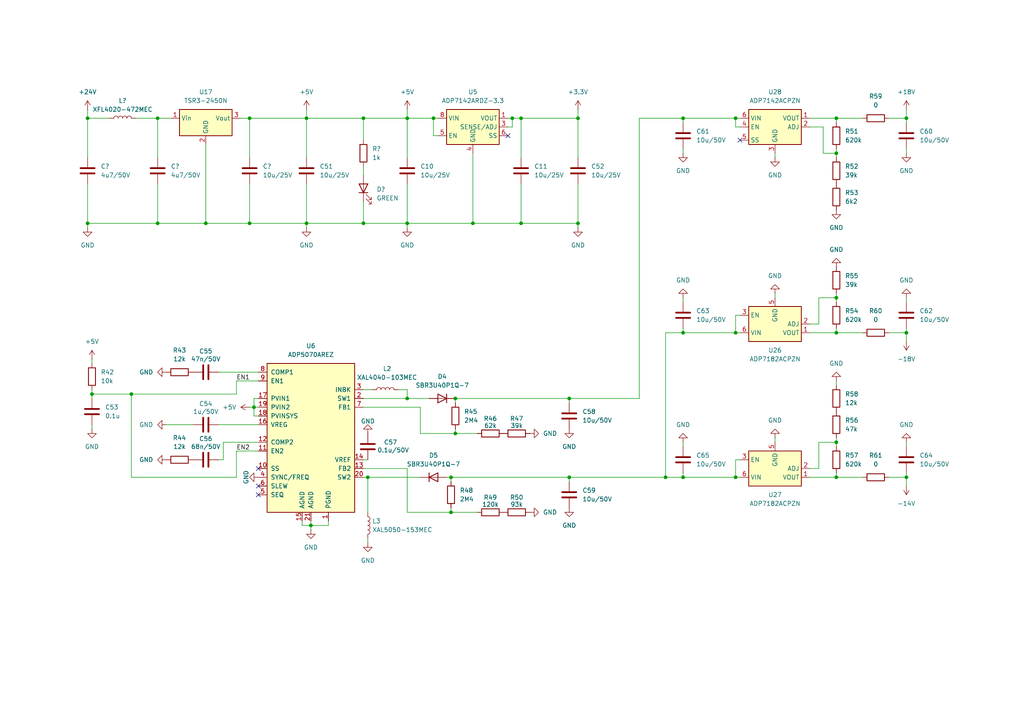
<source format=kicad_sch>
(kicad_sch (version 20250114) (generator "eeschema") (generator_version "9.0")
  (paper "A4")
  (lib_symbols
    (symbol "Device:C" (pin_numbers (hide yes)) (pin_names (offset 0.254))
      (property "Reference" "C" (at 0.635 2.54 0))
      (property "Value" "C" (at 0.635 -2.54 0))
      (symbol "C_0_1"
        (polyline (pts (xy -2.032 0.762) (xy 2.032 0.762)) (stroke (width 0.508)))
        (polyline (pts (xy -2.032 -0.762) (xy 2.032 -0.762)) (stroke (width 0.508)))
      )
      (symbol "C_1_1"
        (pin passive line (at 0 3.81 270) (length 2.794) (name "~") (number "1"))
        (pin passive line (at 0 -3.81 90) (length 2.794) (name "~") (number "2"))
      )
    )
    (symbol "Device:D" (pin_numbers (hide yes)) (pin_names (offset 1.016) (hide yes))
      (property "Reference" "D" (at 0 2.54 0))
      (property "Value" "D" (at 0 -2.54 0))
      (symbol "D_0_1"
        (polyline (pts (xy -1.27 1.27) (xy -1.27 -1.27)) (stroke (width 0.254)))
        (polyline (pts (xy 1.27 1.27) (xy 1.27 -1.27) (xy -1.27 0) (xy 1.27 1.27)) (stroke (width 0.254)))
        (polyline (pts (xy 1.27 0) (xy -1.27 0)))
      )
      (symbol "D_1_1"
        (pin passive line (at -3.81 0 0) (length 2.54) (name "K") (number "1"))
        (pin passive line (at 3.81 0 180) (length 2.54) (name "A") (number "2"))
      )
    )
    (symbol "Device:L" (pin_numbers (hide yes)) (pin_names (offset 1.016) (hide yes))
      (property "Reference" "L" (at -1.27 0 90))
      (property "Value" "L" (at 1.905 0 90))
      (symbol "L_0_1"
        (arc (start 0 2.54) (mid 0.6323 1.905) (end 0 1.27))
        (arc (start 0 1.27) (mid 0.6323 0.635) (end 0 0))
        (arc (start 0 0) (mid 0.6323 -0.635) (end 0 -1.27))
        (arc (start 0 -1.27) (mid 0.6323 -1.905) (end 0 -2.54))
      )
      (symbol "L_1_1"
        (pin passive line (at 0 3.81 270) (length 1.27) (name "1") (number "1"))
        (pin passive line (at 0 -3.81 90) (length 1.27) (name "2") (number "2"))
      )
    )
    (symbol "Device:LED" (pin_numbers (hide yes)) (pin_names (offset 1.016) (hide yes))
      (property "Reference" "D" (at 0 2.54 0))
      (property "Value" "LED" (at 0 -2.54 0))
      (symbol "LED_0_1"
        (polyline (pts (xy -3.048 -0.762) (xy -4.572 -2.286) (xy -3.81 -2.286) (xy -4.572 -2.286) (xy -4.572 -1.524)))
        (polyline (pts (xy -1.778 -0.762) (xy -3.302 -2.286) (xy -2.54 -2.286) (xy -3.302 -2.286) (xy -3.302 -1.524)))
        (polyline (pts (xy -1.27 0) (xy 1.27 0)))
        (polyline (pts (xy -1.27 -1.27) (xy -1.27 1.27)) (stroke (width 0.254)))
        (polyline (pts (xy 1.27 -1.27) (xy 1.27 1.27) (xy -1.27 0) (xy 1.27 -1.27)) (stroke (width 0.254)))
      )
      (symbol "LED_1_1"
        (pin passive line (at -3.81 0 0) (length 2.54) (name "K") (number "1"))
        (pin passive line (at 3.81 0 180) (length 2.54) (name "A") (number "2"))
      )
    )
    (symbol "Device:R" (pin_numbers (hide yes)) (pin_names (offset 0))
      (property "Reference" "R" (at 2.032 0 90))
      (property "Value" "R" (at 0 0 90))
      (symbol "R_0_1"
        (rectangle (start -1.016 -2.54) (end 1.016 2.54) (stroke (width 0.254)))
      )
      (symbol "R_1_1"
        (pin passive line (at 0 3.81 270) (length 1.27) (name "~") (number "1"))
        (pin passive line (at 0 -3.81 90) (length 1.27) (name "~") (number "2"))
      )
    )
    (symbol "MADC_ARTY:+18V" (power) (pin_numbers (hide yes)) (pin_names (offset 0) (hide yes))
      (property "Value" "+18V" (at 0 3.556 0))
      (symbol "+18V_0_1"
        (polyline (pts (xy -0.762 1.27) (xy 0 2.54)))
        (polyline (pts (xy 0 2.54) (xy 0.762 1.27)))
        (polyline (pts (xy 0 0) (xy 0 2.54)))
      )
      (symbol "+18V_1_1"
        (pin power_in line (at 0 0 90) (length 0) (name "~") (number "1"))
      )
    )
    (symbol "MADC_ARTY:-14V" (power) (pin_numbers (hide yes)) (pin_names (offset 0) (hide yes))
      (property "Value" "-14V" (at 0 3.556 0))
      (symbol "-14V_0_1"
        (polyline (pts (xy -0.762 1.27) (xy 0 2.54)))
        (polyline (pts (xy 0 2.54) (xy 0.762 1.27)))
        (polyline (pts (xy 0 0) (xy 0 2.54)))
      )
      (symbol "-14V_1_1"
        (pin power_in line (at 0 0 90) (length 0) (name "~") (number "1"))
      )
    )
    (symbol "MADC_ARTY:-18V" (power) (pin_numbers (hide yes)) (pin_names (offset 0) (hide yes))
      (property "Value" "-18V" (at 0 3.556 0))
      (symbol "-18V_0_1"
        (polyline (pts (xy -0.762 1.27) (xy 0 2.54)))
        (polyline (pts (xy 0 2.54) (xy 0.762 1.27)))
        (polyline (pts (xy 0 0) (xy 0 2.54)))
      )
      (symbol "-18V_1_1"
        (pin power_in line (at 0 0 90) (length 0) (name "~") (number "1"))
      )
    )
    (symbol "MADC_ARTY:ADP7142ACPZN"
      (property "Reference" "U" (at 0 8.89 0))
      (property "Value" "ADP7142ACPZN" (at 0 6.35 0))
      (symbol "ADP7142ACPZN_0_1"
        (rectangle (start -7.62 5.08) (end 7.62 -5.08) (stroke (width 0.254)) (fill (type background)))
      )
      (symbol "ADP7142ACPZN_1_1"
        (pin power_in line (at -10.16 2.54 0) (length 2.54) (name "VIN") (number "6"))
        (pin input line (at -10.16 0 0) (length 2.54) (name "EN") (number "4"))
        (pin input line (at -10.16 -3.81 0) (length 2.54) (name "SS") (number "5"))
        (pin power_in line (at 0 -7.62 90) (length 2.54) (name "GND") (number "3"))
        (pin power_in line (at 0 -7.62 90) (length 2.54) (hide yes) (name "EPAD") (number "7"))
        (pin power_out line (at 10.16 2.54 180) (length 2.54) (name "VOUT") (number "1"))
        (pin input line (at 10.16 0 180) (length 2.54) (name "ADJ") (number "2"))
      )
    )
    (symbol "MADC_ARTY:ADP7182ACPZN"
      (property "Reference" "U" (at 0 -7.62 0))
      (property "Value" "ADP7182ACPZN" (at 0 -6.35 0))
      (symbol "ADP7182ACPZN_0_1"
        (rectangle (start -7.62 5.08) (end 7.62 -5.08) (stroke (width 0.254)) (fill (type background)))
      )
      (symbol "ADP7182ACPZN_1_1"
        (pin input line (at -10.16 2.54 0) (length 2.54) (name "EN") (number "3"))
        (pin power_in line (at -10.16 -2.54 0) (length 2.54) (name "VIN") (number "6"))
        (pin power_in line (at -10.16 -2.54 0) (length 2.54) (hide yes) (name "EPAD") (number "7"))
        (pin power_in line (at 0 7.62 270) (length 2.54) (name "GND") (number "5"))
        (pin no_connect non_logic (at 7.62 2.54 180) (length 0) (hide yes) (name "NC") (number "4"))
        (pin input line (at 10.16 0 180) (length 2.54) (name "ADJ") (number "2"))
        (pin power_out line (at 10.16 -2.54 180) (length 2.54) (name "VOUT") (number "1"))
      )
    )
    (symbol "Regulator_Linear:ADP7142ARDZ-3.3"
      (property "Reference" "U" (at 0 8.89 0))
      (property "Value" "ADP7142ARDZ-3.3" (at 0 6.35 0))
      (symbol "ADP7142ARDZ-3.3_0_1"
        (rectangle (start -7.62 5.08) (end 7.62 -5.08) (stroke (width 0.254)) (fill (type background)))
      )
      (symbol "ADP7142ARDZ-3.3_1_1"
        (pin passive line (at -10.16 2.54 0) (length 2.54) (hide yes) (name "VIN") (number "7"))
        (pin power_in line (at -10.16 2.54 0) (length 2.54) (name "VIN") (number "8"))
        (pin input line (at -10.16 -2.54 0) (length 2.54) (name "EN") (number "5"))
        (pin power_in line (at 0 -7.62 90) (length 2.54) (name "GND") (number "4"))
        (pin passive line (at 0 -7.62 90) (length 2.54) (hide yes) (name "GND") (number "9"))
        (pin power_out line (at 10.16 2.54 180) (length 2.54) (name "VOUT") (number "1"))
        (pin passive line (at 10.16 2.54 180) (length 2.54) (hide yes) (name "VOUT") (number "2"))
        (pin input line (at 10.16 0 180) (length 2.54) (name "SENSE/ADJ") (number "3"))
        (pin passive line (at 10.16 -2.54 180) (length 2.54) (name "SS") (number "6"))
      )
    )
    (symbol "Regulator_Switching:ADP5070AREZ" (pin_names (offset 1.016))
      (property "Reference" "U" (at -12.7 24.13 0))
      (property "Value" "ADP5070AREZ" (at 12.7 24.13 0))
      (symbol "ADP5070AREZ_0_1"
        (rectangle (start -12.7 22.86) (end 12.7 -20.32) (stroke (width 0.254)) (fill (type background)))
      )
      (symbol "ADP5070AREZ_1_1"
        (pin passive line (at -15.24 20.32 0) (length 2.54) (name "COMP1") (number "8"))
        (pin input line (at -15.24 17.78 0) (length 2.54) (name "EN1") (number "9"))
        (pin power_in line (at -15.24 12.7 0) (length 2.54) (name "PVIN1") (number "17"))
        (pin power_in line (at -15.24 10.16 0) (length 2.54) (name "PVIN2") (number "19"))
        (pin power_in line (at -15.24 7.62 0) (length 2.54) (name "PVINSYS") (number "18"))
        (pin output line (at -15.24 5.08 0) (length 2.54) (name "VREG") (number "16"))
        (pin passive line (at -15.24 0 0) (length 2.54) (name "COMP2") (number "12"))
        (pin input line (at -15.24 -2.54 0) (length 2.54) (name "EN2") (number "11"))
        (pin passive line (at -15.24 -7.62 0) (length 2.54) (name "SS") (number "10"))
        (pin input line (at -15.24 -10.16 0) (length 2.54) (name "SYNC/FREQ") (number "4"))
        (pin input line (at -15.24 -12.7 0) (length 2.54) (name "SLEW") (number "6"))
        (pin input line (at -15.24 -15.24 0) (length 2.54) (name "SEQ") (number "5"))
        (pin power_in line (at -2.54 -22.86 90) (length 2.54) (name "AGND") (number "15"))
        (pin power_in line (at 0 -22.86 90) (length 2.54) (name "AGND") (number "21"))
        (pin power_in line (at 5.08 -22.86 90) (length 2.54) (name "PGND") (number "1"))
        (pin power_out line (at 15.24 15.24 180) (length 2.54) (name "INBK") (number "3"))
        (pin power_out line (at 15.24 12.7 180) (length 2.54) (name "SW1") (number "2"))
        (pin input line (at 15.24 10.16 180) (length 2.54) (name "FB1") (number "7"))
        (pin output line (at 15.24 -5.08 180) (length 2.54) (name "VREF") (number "14"))
        (pin input line (at 15.24 -7.62 180) (length 2.54) (name "FB2") (number "13"))
        (pin power_out line (at 15.24 -10.16 180) (length 2.54) (name "SW2") (number "20"))
      )
    )
    (symbol "Regulator_Switching:TSR3-2450N"
      (property "Reference" "U" (at -7.112 6.35 0))
      (property "Value" "TSR3-2450N" (at 1.524 6.35 0))
      (symbol "TSR3-2450N_0_1"
        (rectangle (start -7.62 5.08) (end 7.62 -2.54) (stroke (width 0.254)) (fill (type background)))
      )
      (symbol "TSR3-2450N_1_1"
        (pin power_in line (at -10.16 2.54 0) (length 2.54) (name "Vin") (number "1"))
        (pin power_in line (at 0 -5.08 90) (length 2.54) (name "GND") (number "2"))
        (pin power_out line (at 10.16 2.54 180) (length 2.54) (name "Vout") (number "3"))
      )
    )
    (symbol "power:+24V" (power) (pin_numbers (hide yes)) (pin_names (offset 0) (hide yes))
      (property "Value" "+24V" (at 0 3.556 0))
      (symbol "+24V_0_1"
        (polyline (pts (xy -0.762 1.27) (xy 0 2.54)))
        (polyline (pts (xy 0 2.54) (xy 0.762 1.27)))
        (polyline (pts (xy 0 0) (xy 0 2.54)))
      )
      (symbol "+24V_1_1"
        (pin power_in line (at 0 0 90) (length 0) (name "~") (number "1"))
      )
    )
    (symbol "power:+3.3V" (power) (pin_numbers (hide yes)) (pin_names (offset 0) (hide yes))
      (property "Value" "+3.3V" (at 0 3.556 0))
      (symbol "+3.3V_0_1"
        (polyline (pts (xy -0.762 1.27) (xy 0 2.54)))
        (polyline (pts (xy 0 2.54) (xy 0.762 1.27)))
        (polyline (pts (xy 0 0) (xy 0 2.54)))
      )
      (symbol "+3.3V_1_1"
        (pin power_in line (at 0 0 90) (length 0) (name "~") (number "1"))
      )
    )
    (symbol "power:+5V" (power) (pin_numbers (hide yes)) (pin_names (offset 0) (hide yes))
      (property "Value" "+5V" (at 0 3.556 0))
      (symbol "+5V_0_1"
        (polyline (pts (xy -0.762 1.27) (xy 0 2.54)))
        (polyline (pts (xy 0 2.54) (xy 0.762 1.27)))
        (polyline (pts (xy 0 0) (xy 0 2.54)))
      )
      (symbol "+5V_1_1"
        (pin power_in line (at 0 0 90) (length 0) (name "~") (number "1"))
      )
    )
    (symbol "power:GND" (power) (pin_numbers (hide yes)) (pin_names (offset 0) (hide yes))
      (property "Value" "GND" (at 0 -3.81 0))
      (symbol "GND_0_1"
        (polyline (pts (xy 0 0) (xy 0 -1.27) (xy 1.27 -1.27) (xy 0 -2.54) (xy -1.27 -1.27) (xy 0 -1.27)))
      )
      (symbol "GND_1_1"
        (pin power_in line (at 0 0 270) (length 0) (name "~") (number "1"))
      )
    )
  )
  (junction (at 118.11 34.29))
  (junction (at 242.57 128.27))
  (junction (at 198.12 34.29))
  (junction (at 130.81 138.43))
  (junction (at 105.41 34.29))
  (junction (at 73.66 118.11))
  (junction (at 25.4 34.29))
  (junction (at 213.36 138.43))
  (junction (at 72.39 34.29))
  (junction (at 38.1 114.3))
  (junction (at 151.13 64.77))
  (junction (at 165.1 138.43))
  (junction (at 106.68 138.43))
  (junction (at 45.72 34.29))
  (junction (at 72.39 64.77))
  (junction (at 148.59 34.29))
  (junction (at 130.81 148.59))
  (junction (at 198.12 138.43))
  (junction (at 242.57 44.45))
  (junction (at 90.17 152.4))
  (junction (at 132.08 125.73))
  (junction (at 118.11 64.77))
  (junction (at 193.04 138.43))
  (junction (at 165.1 115.57))
  (junction (at 262.89 138.43))
  (junction (at 88.9 34.29))
  (junction (at 88.9 64.77))
  (junction (at 151.13 34.29))
  (junction (at 242.57 96.52))
  (junction (at 262.89 96.52))
  (junction (at 167.64 34.29))
  (junction (at 132.08 115.57))
  (junction (at 137.16 64.77))
  (junction (at 167.64 64.77))
  (junction (at 118.11 115.57))
  (junction (at 125.73 34.29))
  (junction (at 198.12 96.52))
  (junction (at 25.4 64.77))
  (junction (at 242.57 86.36))
  (junction (at 26.67 114.3))
  (junction (at 262.89 34.29))
  (junction (at 242.57 138.43))
  (junction (at 59.69 64.77))
  (junction (at 242.57 34.29))
  (junction (at 45.72 64.77))
  (junction (at 105.41 64.77))
  (junction (at 213.36 34.29))
  (junction (at 213.36 96.52))
  (no_connect (at 74.93 135.89))
  (no_connect (at 214.63 40.64))
  (no_connect (at 147.32 39.37))
  (no_connect (at 74.93 143.51))
  (no_connect (at 74.93 140.97))
  (wire (pts (xy 237.49 135.89) (xy 237.49 128.27)))
  (wire (pts (xy 262.89 86.36) (xy 262.89 87.63)))
  (wire (pts (xy 242.57 138.43) (xy 250.19 138.43)))
  (wire (pts (xy 167.64 31.75) (xy 167.64 34.29)))
  (wire (pts (xy 238.76 44.45) (xy 242.57 44.45)))
  (wire (pts (xy 129.54 138.43) (xy 130.81 138.43)))
  (wire (pts (xy 64.77 128.27) (xy 74.93 128.27)))
  (wire (pts (xy 73.66 120.65) (xy 74.93 120.65)))
  (wire (pts (xy 90.17 152.4) (xy 90.17 153.67)))
  (wire (pts (xy 74.93 115.57) (xy 73.66 115.57)))
  (wire (pts (xy 198.12 43.18) (xy 198.12 44.45)))
  (wire (pts (xy 242.57 44.45) (xy 242.57 45.72)))
  (wire (pts (xy 105.41 34.29) (xy 105.41 40.64)))
  (wire (pts (xy 39.37 34.29) (xy 45.72 34.29)))
  (wire (pts (xy 198.12 86.36) (xy 198.12 87.63)))
  (wire (pts (xy 224.79 44.45) (xy 224.79 45.72)))
  (wire (pts (xy 242.57 35.56) (xy 242.57 34.29)))
  (wire (pts (xy 118.11 64.77) (xy 118.11 66.04)))
  (wire (pts (xy 262.89 43.18) (xy 262.89 44.45)))
  (wire (pts (xy 234.95 138.43) (xy 242.57 138.43)))
  (wire (pts (xy 105.41 64.77) (xy 118.11 64.77)))
  (wire (pts (xy 238.76 36.83) (xy 238.76 44.45)))
  (wire (pts (xy 90.17 152.4) (xy 95.25 152.4)))
  (wire (pts (xy 118.11 31.75) (xy 118.11 34.29)))
  (wire (pts (xy 257.81 34.29) (xy 262.89 34.29)))
  (wire (pts (xy 26.67 123.19) (xy 26.67 124.46)))
  (wire (pts (xy 242.57 110.49) (xy 242.57 111.76)))
  (wire (pts (xy 262.89 31.75) (xy 262.89 34.29)))
  (wire (pts (xy 242.57 128.27) (xy 242.57 129.54)))
  (wire (pts (xy 95.25 151.13) (xy 95.25 152.4)))
  (wire (pts (xy 105.41 135.89) (xy 118.11 135.89)))
  (wire (pts (xy 105.41 133.35) (xy 106.68 133.35)))
  (wire (pts (xy 73.66 118.11) (xy 73.66 120.65)))
  (wire (pts (xy 234.95 93.98) (xy 237.49 93.98)))
  (wire (pts (xy 68.58 110.49) (xy 74.93 110.49)))
  (wire (pts (xy 88.9 64.77) (xy 88.9 53.34)))
  (wire (pts (xy 257.81 138.43) (xy 262.89 138.43)))
  (wire (pts (xy 125.73 39.37) (xy 125.73 34.29)))
  (wire (pts (xy 242.57 85.09) (xy 242.57 86.36)))
  (wire (pts (xy 167.64 64.77) (xy 151.13 64.77)))
  (wire (pts (xy 105.41 58.42) (xy 105.41 64.77)))
  (wire (pts (xy 262.89 95.25) (xy 262.89 96.52)))
  (wire (pts (xy 242.57 95.25) (xy 242.57 96.52)))
  (wire (pts (xy 88.9 45.72) (xy 88.9 34.29)))
  (wire (pts (xy 68.58 110.49) (xy 68.58 114.3)))
  (wire (pts (xy 64.77 133.35) (xy 64.77 128.27)))
  (wire (pts (xy 234.95 135.89) (xy 237.49 135.89)))
  (wire (pts (xy 106.68 156.21) (xy 106.68 157.48)))
  (wire (pts (xy 72.39 64.77) (xy 88.9 64.77)))
  (wire (pts (xy 38.1 114.3) (xy 68.58 114.3)))
  (wire (pts (xy 59.69 41.91) (xy 59.69 64.77)))
  (wire (pts (xy 68.58 130.81) (xy 74.93 130.81)))
  (wire (pts (xy 151.13 34.29) (xy 151.13 45.72)))
  (wire (pts (xy 224.79 127) (xy 224.79 128.27)))
  (wire (pts (xy 132.08 115.57) (xy 132.08 116.84)))
  (wire (pts (xy 88.9 64.77) (xy 105.41 64.77)))
  (wire (pts (xy 48.26 123.19) (xy 55.88 123.19)))
  (wire (pts (xy 213.36 34.29) (xy 214.63 34.29)))
  (wire (pts (xy 26.67 113.03) (xy 26.67 114.3)))
  (wire (pts (xy 165.1 138.43) (xy 165.1 139.7)))
  (wire (pts (xy 115.57 113.03) (xy 118.11 113.03)))
  (wire (pts (xy 237.49 93.98) (xy 237.49 86.36)))
  (wire (pts (xy 165.1 138.43) (xy 193.04 138.43)))
  (wire (pts (xy 106.68 138.43) (xy 106.68 148.59)))
  (wire (pts (xy 198.12 128.27) (xy 198.12 129.54)))
  (wire (pts (xy 137.16 64.77) (xy 151.13 64.77)))
  (wire (pts (xy 118.11 135.89) (xy 118.11 148.59)))
  (wire (pts (xy 25.4 64.77) (xy 25.4 66.04)))
  (wire (pts (xy 148.59 36.83) (xy 148.59 34.29)))
  (wire (pts (xy 234.95 96.52) (xy 242.57 96.52)))
  (wire (pts (xy 262.89 137.16) (xy 262.89 138.43)))
  (wire (pts (xy 26.67 114.3) (xy 26.67 115.57)))
  (wire (pts (xy 151.13 53.34) (xy 151.13 64.77)))
  (wire (pts (xy 125.73 34.29) (xy 118.11 34.29)))
  (wire (pts (xy 213.36 36.83) (xy 213.36 34.29)))
  (wire (pts (xy 198.12 96.52) (xy 213.36 96.52)))
  (wire (pts (xy 185.42 115.57) (xy 185.42 34.29)))
  (wire (pts (xy 88.9 31.75) (xy 88.9 34.29)))
  (wire (pts (xy 214.63 91.44) (xy 213.36 91.44)))
  (wire (pts (xy 224.79 85.09) (xy 224.79 86.36)))
  (wire (pts (xy 38.1 138.43) (xy 68.58 138.43)))
  (wire (pts (xy 262.89 128.27) (xy 262.89 129.54)))
  (wire (pts (xy 105.41 50.8) (xy 105.41 48.26)))
  (wire (pts (xy 121.92 125.73) (xy 132.08 125.73)))
  (wire (pts (xy 69.85 34.29) (xy 72.39 34.29)))
  (wire (pts (xy 193.04 96.52) (xy 193.04 138.43)))
  (wire (pts (xy 118.11 34.29) (xy 118.11 45.72)))
  (wire (pts (xy 88.9 34.29) (xy 72.39 34.29)))
  (wire (pts (xy 214.63 133.35) (xy 213.36 133.35)))
  (wire (pts (xy 242.57 127) (xy 242.57 128.27)))
  (wire (pts (xy 262.89 96.52) (xy 262.89 99.06)))
  (wire (pts (xy 87.63 152.4) (xy 90.17 152.4)))
  (wire (pts (xy 148.59 34.29) (xy 151.13 34.29)))
  (wire (pts (xy 198.12 96.52) (xy 193.04 96.52)))
  (wire (pts (xy 72.39 45.72) (xy 72.39 34.29)))
  (wire (pts (xy 105.41 113.03) (xy 107.95 113.03)))
  (wire (pts (xy 105.41 115.57) (xy 118.11 115.57)))
  (wire (pts (xy 198.12 138.43) (xy 213.36 138.43)))
  (wire (pts (xy 118.11 115.57) (xy 124.46 115.57)))
  (wire (pts (xy 167.64 34.29) (xy 167.64 45.72)))
  (wire (pts (xy 138.43 125.73) (xy 132.08 125.73)))
  (wire (pts (xy 165.1 116.84) (xy 165.1 115.57)))
  (wire (pts (xy 72.39 118.11) (xy 73.66 118.11)))
  (wire (pts (xy 132.08 115.57) (xy 165.1 115.57)))
  (wire (pts (xy 45.72 64.77) (xy 59.69 64.77)))
  (wire (pts (xy 213.36 91.44) (xy 213.36 96.52)))
  (wire (pts (xy 68.58 130.81) (xy 68.58 138.43)))
  (wire (pts (xy 26.67 104.14) (xy 26.67 105.41)))
  (wire (pts (xy 63.5 123.19) (xy 74.93 123.19)))
  (wire (pts (xy 63.5 107.95) (xy 74.93 107.95)))
  (wire (pts (xy 118.11 113.03) (xy 118.11 115.57)))
  (wire (pts (xy 167.64 34.29) (xy 151.13 34.29)))
  (wire (pts (xy 105.41 118.11) (xy 121.92 118.11)))
  (wire (pts (xy 130.81 138.43) (xy 165.1 138.43)))
  (wire (pts (xy 167.64 53.34) (xy 167.64 64.77)))
  (wire (pts (xy 193.04 138.43) (xy 198.12 138.43)))
  (wire (pts (xy 198.12 34.29) (xy 198.12 35.56)))
  (wire (pts (xy 45.72 34.29) (xy 45.72 45.72)))
  (wire (pts (xy 213.36 96.52) (xy 214.63 96.52)))
  (wire (pts (xy 130.81 148.59) (xy 130.81 147.32)))
  (wire (pts (xy 38.1 114.3) (xy 38.1 138.43)))
  (wire (pts (xy 137.16 44.45) (xy 137.16 64.77)))
  (wire (pts (xy 262.89 34.29) (xy 262.89 35.56)))
  (wire (pts (xy 118.11 64.77) (xy 137.16 64.77)))
  (wire (pts (xy 87.63 151.13) (xy 87.63 152.4)))
  (wire (pts (xy 198.12 34.29) (xy 213.36 34.29)))
  (wire (pts (xy 262.89 138.43) (xy 262.89 140.97)))
  (wire (pts (xy 90.17 151.13) (xy 90.17 152.4)))
  (wire (pts (xy 213.36 138.43) (xy 214.63 138.43)))
  (wire (pts (xy 25.4 31.75) (xy 25.4 34.29)))
  (wire (pts (xy 147.32 36.83) (xy 148.59 36.83)))
  (wire (pts (xy 72.39 64.77) (xy 72.39 53.34)))
  (wire (pts (xy 130.81 148.59) (xy 138.43 148.59)))
  (wire (pts (xy 234.95 36.83) (xy 238.76 36.83)))
  (wire (pts (xy 105.41 34.29) (xy 118.11 34.29)))
  (wire (pts (xy 88.9 64.77) (xy 88.9 66.04)))
  (wire (pts (xy 242.57 86.36) (xy 242.57 87.63)))
  (wire (pts (xy 185.42 115.57) (xy 165.1 115.57)))
  (wire (pts (xy 214.63 36.83) (xy 213.36 36.83)))
  (wire (pts (xy 198.12 95.25) (xy 198.12 96.52)))
  (wire (pts (xy 237.49 86.36) (xy 242.57 86.36)))
  (wire (pts (xy 26.67 114.3) (xy 38.1 114.3)))
  (wire (pts (xy 213.36 133.35) (xy 213.36 138.43)))
  (wire (pts (xy 45.72 34.29) (xy 49.53 34.29)))
  (wire (pts (xy 118.11 53.34) (xy 118.11 64.77)))
  (wire (pts (xy 257.81 96.52) (xy 262.89 96.52)))
  (wire (pts (xy 88.9 34.29) (xy 105.41 34.29)))
  (wire (pts (xy 234.95 34.29) (xy 242.57 34.29)))
  (wire (pts (xy 106.68 138.43) (xy 121.92 138.43)))
  (wire (pts (xy 73.66 118.11) (xy 74.93 118.11)))
  (wire (pts (xy 185.42 34.29) (xy 198.12 34.29)))
  (wire (pts (xy 242.57 34.29) (xy 250.19 34.29)))
  (wire (pts (xy 167.64 64.77) (xy 167.64 66.04)))
  (wire (pts (xy 132.08 125.73) (xy 132.08 124.46)))
  (wire (pts (xy 63.5 133.35) (xy 64.77 133.35)))
  (wire (pts (xy 73.66 115.57) (xy 73.66 118.11)))
  (wire (pts (xy 147.32 34.29) (xy 148.59 34.29)))
  (wire (pts (xy 25.4 64.77) (xy 45.72 64.77)))
  (wire (pts (xy 127 39.37) (xy 125.73 39.37)))
  (wire (pts (xy 125.73 34.29) (xy 127 34.29)))
  (wire (pts (xy 121.92 118.11) (xy 121.92 125.73)))
  (wire (pts (xy 242.57 137.16) (xy 242.57 138.43)))
  (wire (pts (xy 25.4 53.34) (xy 25.4 64.77)))
  (wire (pts (xy 25.4 34.29) (xy 25.4 45.72)))
  (wire (pts (xy 72.39 64.77) (xy 59.69 64.77)))
  (wire (pts (xy 25.4 34.29) (xy 31.75 34.29)))
  (wire (pts (xy 130.81 139.7) (xy 130.81 138.43)))
  (wire (pts (xy 118.11 148.59) (xy 130.81 148.59)))
  (wire (pts (xy 242.57 44.45) (xy 242.57 43.18)))
  (wire (pts (xy 198.12 137.16) (xy 198.12 138.43)))
  (wire (pts (xy 45.72 53.34) (xy 45.72 64.77)))
  (wire (pts (xy 237.49 128.27) (xy 242.57 128.27)))
  (wire (pts (xy 242.57 96.52) (xy 250.19 96.52)))
  (wire (pts (xy 105.41 138.43) (xy 106.68 138.43)))
  (label "EN1" (at 68.58 110.49 0))
  (label "EN2" (at 68.58 130.81 0))
  (symbol (lib_id "Device:R") (at 142.24 148.59 90) (unit 1)
    (property "Reference" "R49" (at 142.24 144.272 90))
    (property "Value" "120k" (at 142.24 146.304 90))
    (property "Footprint" "Resistor_SMD:R_0603_1608Metric" (effects (hide yes)))
    (property "Description" "Resistor" (effects (hide yes)))
  )
  (symbol (lib_id "Device:C") (at 88.9 49.53 0) (unit 1)
    (property "Reference" "C51" (at 92.71 48.2599 0) (effects (justify left)))
    (property "Value" "10u/25V" (at 92.71 50.7999 0) (effects (justify left)))
    (property "Footprint" "Capacitor_SMD:C_0805_2012Metric" (effects (hide yes)))
    (property "Description" "Unpolarized capacitor" (effects (hide yes)))
  )
  (symbol (lib_id "power:GND") (at 90.17 153.67 0) (unit 1)
    (property "Reference" "#PWR026" (effects (hide yes)))
    (property "Value" "GND" (at 90.17 158.75 0))
    (property "Description" "Power symbol creates a global label with name \"GND\" , ground" (effects (hide yes)))
  )
  (symbol (lib_id "power:GND") (at 224.79 85.09 180) (unit 1)
    (property "Reference" "#PWR0136" (effects (hide yes)))
    (property "Value" "GND" (at 224.79 80.01 0))
    (property "Description" "Power symbol creates a global label with name \"GND\" , ground" (effects (hide yes)))
  )
  (symbol (lib_id "Device:C") (at 262.89 39.37 0) (unit 1)
    (property "Reference" "C60" (at 266.7 38.0999 0) (effects (justify left)))
    (property "Value" "10u/50V" (at 266.7 40.6399 0) (effects (justify left)))
    (property "Footprint" "Capacitor_SMD:C_1206_3216Metric" (effects (hide yes)))
    (property "Description" "Unpolarized capacitor" (effects (hide yes)))
  )
  (symbol (lib_id "power:GND") (at 242.57 110.49 180) (unit 1)
    (property "Reference" "#PWR0141" (effects (hide yes)))
    (property "Value" "GND" (at 242.57 105.41 0))
    (property "Description" "Power symbol creates a global label with name \"GND\" , ground" (effects (hide yes)))
  )
  (symbol (lib_id "Device:C") (at 59.69 123.19 90) (unit 1)
    (property "Reference" "C54" (at 59.69 117.094 90))
    (property "Value" "1u/50V" (at 59.69 119.38 90))
    (property "Footprint" "Capacitor_SMD:C_0603_1608Metric" (effects (hide yes)))
    (property "Description" "Unpolarized capacitor" (effects (hide yes)))
  )
  (symbol (lib_id "Device:C") (at 72.39 49.53 0) (unit 1)
    (property "Reference" "C9" (at 76.2 48.2599 0) (effects (justify left)))
    (property "Value" "10u/25V" (at 76.2 50.7999 0) (effects (justify left)))
    (property "Footprint" "Capacitor_SMD:C_0805_2012Metric" (effects (hide yes)))
    (property "Description" "Unpolarized capacitor" (effects (hide yes)))
    (instances (project "DIFF_MEAS" (path "" (reference "C?") (unit 1))) (project "DIFF_MEAS" (path "" (reference "C9") (unit 1))))
  )
  (symbol (lib_id "Device:L") (at 111.76 113.03 90) (unit 1)
    (property "Reference" "L2" (at 112.268 106.934 90))
    (property "Value" "XAL4040-103MEC" (at 112.268 109.474 90))
    (property "Footprint" "Inductor_SMD:L_Coilcraft_XAL4040-XXX" (effects (hide yes)))
    (property "Description" "Inductor" (effects (hide yes)))
  )
  (symbol (lib_id "Device:C") (at 198.12 91.44 0) (unit 1)
    (property "Reference" "C63" (at 201.93 90.1699 0) (effects (justify left)))
    (property "Value" "10u/50V" (at 201.93 92.7099 0) (effects (justify left)))
    (property "Footprint" "Capacitor_SMD:C_1206_3216Metric" (effects (hide yes)))
    (property "Description" "Unpolarized capacitor" (effects (hide yes)))
  )
  (symbol (lib_id "power:GND") (at 224.79 45.72 0) (unit 1)
    (property "Reference" "#PWR0130" (effects (hide yes)))
    (property "Value" "GND" (at 224.79 50.8 0))
    (property "Description" "Power symbol creates a global label with name \"GND\" , ground" (effects (hide yes)))
  )
  (symbol (lib_id "Device:C") (at 106.68 129.54 180) (unit 1)
    (property "Reference" "C57" (at 113.284 128.27 0))
    (property "Value" "0.1u/50V" (at 114.046 130.556 0))
    (property "Footprint" "Capacitor_SMD:C_0603_1608Metric" (effects (hide yes)))
    (property "Description" "Unpolarized capacitor" (effects (hide yes)))
  )
  (symbol (lib_id "MADC_ARTY:-18V") (at 262.89 99.06 180) (unit 1)
    (property "Reference" "#PWR0138" (effects (hide yes)))
    (property "Value" "-18V" (at 262.89 104.14 0))
    (property "Description" "Power symbol creates a global label" (effects (hide yes)))
  )
  (symbol (lib_id "Regulator_Switching:ADP5070AREZ") (at 90.17 128.27 0) (unit 1)
    (property "Reference" "U6" (at 90.17 100.33 0))
    (property "Value" "ADP5070AREZ" (at 90.17 102.87 0))
    (property "Footprint" "Package_SO:ETSSOP-20-1EP_4.4x6.5mm_P0.65mm_EP3x4.2mm" (effects (hide yes)))
    (property "Datasheet" "https://www.analog.com/media/en/technical-documentation/data-sheets/ADP5070.pdf" (effects (hide yes)))
    (property "Description" "1A/0.6A DC-to-DC Switching Regulator with Independent Positive and Negative Outputs" (effects (hide yes)))
  )
  (symbol (lib_id "Device:R") (at 149.86 148.59 90) (unit 1)
    (property "Reference" "R50" (at 149.86 144.272 90))
    (property "Value" "93k" (at 149.86 146.304 90))
    (property "Footprint" "Resistor_SMD:R_0603_1608Metric" (effects (hide yes)))
    (property "Description" "Resistor" (effects (hide yes)))
  )
  (symbol (lib_id "power:GND") (at 26.67 124.46 0) (unit 1)
    (property "Reference" "#PWR024" (effects (hide yes)))
    (property "Value" "GND" (at 26.67 129.54 0))
    (property "Description" "Power symbol creates a global label with name \"GND\" , ground" (effects (hide yes)))
  )
  (symbol (lib_id "Device:R") (at 105.41 44.45 0) (unit 1)
    (property "Reference" "R15" (at 107.95 43.1799 0) (effects (justify left)))
    (property "Value" "1k" (at 107.95 45.7199 0) (effects (justify left)))
    (property "Footprint" "Resistor_SMD:R_0603_1608Metric" (effects (hide yes)))
    (property "Description" "Resistor" (effects (hide yes)))
    (instances (project "" (path "" (reference "R?") (unit 1))) (project "" (path "" (reference "R15") (unit 1))))
  )
  (symbol (lib_id "Device:R") (at 242.57 81.28 0) (unit 1)
    (property "Reference" "R55" (at 245.11 80.0099 0) (effects (justify left)))
    (property "Value" "39k" (at 245.11 82.5499 0) (effects (justify left)))
    (property "Footprint" "Resistor_SMD:R_0603_1608Metric" (effects (hide yes)))
    (property "Description" "Resistor" (effects (hide yes)))
  )
  (symbol (lib_id "Device:C") (at 45.72 49.53 0) (unit 1)
    (property "Reference" "C8" (at 49.53 48.2599 0) (effects (justify left)))
    (property "Value" "4u7/50V" (at 49.53 50.7999 0) (effects (justify left)))
    (property "Footprint" "Capacitor_SMD:C_0805_2012Metric" (effects (hide yes)))
    (property "Description" "Unpolarized capacitor" (effects (hide yes)))
    (instances (project "DIFF_MEAS" (path "" (reference "C?") (unit 1))) (project "DIFF_MEAS" (path "" (reference "C8") (unit 1))))
  )
  (symbol (lib_id "Device:C") (at 165.1 143.51 0) (unit 1)
    (property "Reference" "C59" (at 168.91 142.2399 0) (effects (justify left)))
    (property "Value" "10u/50V" (at 168.91 144.7799 0) (effects (justify left)))
    (property "Footprint" "Capacitor_SMD:C_1206_3216Metric" (effects (hide yes)))
    (property "Description" "Unpolarized capacitor" (effects (hide yes)))
  )
  (symbol (lib_id "Device:LED") (at 105.41 54.61 90) (unit 1)
    (property "Reference" "D1" (at 109.22 54.9274 90) (effects (justify right)))
    (property "Value" "GREEN" (at 109.22 57.4674 90) (effects (justify right)))
    (property "Footprint" "LED_SMD:LED_0603_1608Metric_Pad1.05x0.95mm_HandSolder" (effects (hide yes)))
    (property "Description" "Light emitting diode" (effects (hide yes)))
    (property "Sim.Pins" "1=K 2=A" (effects (hide yes)))
    (instances (project "" (path "" (reference "D?") (unit 1))) (project "" (path "" (reference "D1") (unit 1))))
  )
  (symbol (lib_id "power:GND") (at 106.68 125.73 180) (unit 1)
    (property "Reference" "#PWR0124" (effects (hide yes)))
    (property "Value" "GND" (at 104.648 122.174 0) (effects (justify right)))
    (property "Description" "Power symbol creates a global label with name \"GND\" , ground" (effects (hide yes)))
  )
  (symbol (lib_id "power:+5V") (at 26.67 104.14 0) (unit 1)
    (property "Reference" "#PWR022" (effects (hide yes)))
    (property "Value" "+5V" (at 26.67 99.06 0))
    (property "Description" "Power symbol creates a global label with name \"+5V\"" (effects (hide yes)))
  )
  (symbol (lib_id "Device:R") (at 242.57 91.44 0) (unit 1)
    (property "Reference" "R54" (at 245.11 90.1699 0) (effects (justify left)))
    (property "Value" "620k" (at 245.11 92.7099 0) (effects (justify left)))
    (property "Footprint" "Resistor_SMD:R_0603_1608Metric" (effects (hide yes)))
    (property "Description" "Resistor" (effects (hide yes)))
  )
  (symbol (lib_id "power:GND") (at 153.67 148.59 90) (unit 1)
    (property "Reference" "#PWR0128" (effects (hide yes)))
    (property "Value" "GND" (at 157.48 148.5899 90) (effects (justify right)))
    (property "Description" "Power symbol creates a global label with name \"GND\" , ground" (effects (hide yes)))
  )
  (symbol (lib_id "power:GND") (at 167.64 66.04 0) (unit 1)
    (property "Reference" "#PWR0119" (effects (hide yes)))
    (property "Value" "GND" (at 167.64 71.12 0))
    (property "Description" "Power symbol creates a global label with name \"GND\" , ground" (effects (hide yes)))
  )
  (symbol (lib_id "power:GND") (at 106.68 157.48 0) (unit 1)
    (property "Reference" "#PWR0127" (effects (hide yes)))
    (property "Value" "GND" (at 106.68 162.56 0))
    (property "Description" "Power symbol creates a global label with name \"GND\" , ground" (effects (hide yes)))
  )
  (symbol (lib_id "MADC_ARTY:ADP7182ACPZN") (at 224.79 135.89 0) (unit 1)
    (property "Reference" "U27" (at 224.79 143.51 0))
    (property "Value" "ADP7182ACPZN" (at 224.79 146.05 0))
    (property "Footprint" "Package_CSP:LFCSP-6-1EP_2x2mm_P0.65mm_EP1x1.6mm" (effects (hide yes)))
    (property "Datasheet" "https://www.analog.com/media/en/technical-documentation/data-sheets/ADP7182.pdf" (effects (hide yes)))
    (property "Description" "200mA, Low Noise, CMOS Low Dropout Regulator, Negative, Adjustable" (effects (hide yes)))
  )
  (symbol (lib_id "Device:L") (at 35.56 34.29 90) (unit 1)
    (property "Reference" "L1" (at 35.56 29.21 90))
    (property "Value" "XFL4020-472MEC" (at 35.56 31.75 90))
    (property "Footprint" "Inductor_SMD:L_Coilcraft_XAL4020-XXX" (effects (hide yes)))
    (property "Datasheet" "https://www.we-online.com/components/products/datasheet/74479335329247.pdf" (effects (hide yes)))
    (property "Description" "Inductor" (effects (hide yes)))
    (instances (project "" (path "" (reference "L?") (unit 1))) (project "" (path "" (reference "L1") (unit 1))))
  )
  (symbol (lib_id "power:GND") (at 198.12 128.27 180) (unit 1)
    (property "Reference" "#PWR0143" (effects (hide yes)))
    (property "Value" "GND" (at 198.12 123.19 0))
    (property "Description" "Power symbol creates a global label with name \"GND\" , ground" (effects (hide yes)))
  )
  (symbol (lib_id "Device:R") (at 242.57 133.35 0) (unit 1)
    (property "Reference" "R57" (at 245.11 132.0799 0) (effects (justify left)))
    (property "Value" "620k" (at 245.11 134.6199 0) (effects (justify left)))
    (property "Footprint" "Resistor_SMD:R_0603_1608Metric" (effects (hide yes)))
    (property "Description" "Resistor" (effects (hide yes)))
  )
  (symbol (lib_id "power:GND") (at 153.67 125.73 90) (unit 1)
    (property "Reference" "#PWR0125" (effects (hide yes)))
    (property "Value" "GND" (at 157.48 125.7299 90) (effects (justify right)))
    (property "Description" "Power symbol creates a global label with name \"GND\" , ground" (effects (hide yes)))
  )
  (symbol (lib_id "power:GND") (at 242.57 60.96 0) (unit 1)
    (property "Reference" "#PWR0131" (effects (hide yes)))
    (property "Value" "GND" (at 242.57 66.04 0))
    (property "Description" "Power symbol creates a global label with name \"GND\" , ground" (effects (hide yes)))
  )
  (symbol (lib_id "Device:R") (at 254 34.29 90) (unit 1)
    (property "Reference" "R59" (at 254 27.94 90))
    (property "Value" "0" (at 254 30.48 90))
    (property "Footprint" "Resistor_SMD:R_0603_1608Metric" (effects (hide yes)))
    (property "Description" "Resistor" (effects (hide yes)))
  )
  (symbol (lib_id "Device:C") (at 26.67 119.38 0) (unit 1)
    (property "Reference" "C53" (at 30.48 118.1099 0) (effects (justify left)))
    (property "Value" "0.1u" (at 30.48 120.6499 0) (effects (justify left)))
    (property "Footprint" "Capacitor_SMD:C_0603_1608Metric" (effects (hide yes)))
    (property "Description" "Unpolarized capacitor" (effects (hide yes)))
  )
  (symbol (lib_id "Device:R") (at 130.81 143.51 0) (unit 1)
    (property "Reference" "R48" (at 133.35 142.2399 0) (effects (justify left)))
    (property "Value" "2M4" (at 133.35 144.7799 0) (effects (justify left)))
    (property "Footprint" "Resistor_SMD:R_0603_1608Metric" (effects (hide yes)))
    (property "Description" "Resistor" (effects (hide yes)))
  )
  (symbol (lib_id "power:GND") (at 198.12 44.45 0) (unit 1)
    (property "Reference" "#PWR0134" (effects (hide yes)))
    (property "Value" "GND" (at 198.12 49.53 0))
    (property "Description" "Power symbol creates a global label with name \"GND\" , ground" (effects (hide yes)))
  )
  (symbol (lib_id "power:GND") (at 25.4 66.04 0) (unit 1)
    (property "Reference" "#PWR018" (effects (hide yes)))
    (property "Value" "GND" (at 25.4 71.12 0))
    (property "Description" "Power symbol creates a global label with name \"GND\" , ground" (effects (hide yes)))
  )
  (symbol (lib_id "power:GND") (at 224.79 127 180) (unit 1)
    (property "Reference" "#PWR0140" (effects (hide yes)))
    (property "Value" "GND" (at 224.79 121.92 0))
    (property "Description" "Power symbol creates a global label with name \"GND\" , ground" (effects (hide yes)))
  )
  (symbol (lib_id "power:GND") (at 198.12 86.36 180) (unit 1)
    (property "Reference" "#PWR0139" (effects (hide yes)))
    (property "Value" "GND" (at 198.12 81.28 0))
    (property "Description" "Power symbol creates a global label with name \"GND\" , ground" (effects (hide yes)))
  )
  (symbol (lib_id "Device:D") (at 128.27 115.57 180) (unit 1)
    (property "Reference" "D4" (at 128.27 109.22 0))
    (property "Value" "SBR3U40P1Q-7" (at 128.27 111.76 0))
    (property "Footprint" "Diode_SMD:D_PowerDI-123" (effects (hide yes)))
    (property "Description" "Diode" (effects (hide yes)))
    (property "Sim.Device" "D" (effects (hide yes)))
    (property "Sim.Pins" "1=K 2=A" (effects (hide yes)))
  )
  (symbol (lib_id "Device:C") (at 262.89 133.35 0) (unit 1)
    (property "Reference" "C64" (at 266.7 132.0799 0) (effects (justify left)))
    (property "Value" "10u/50V" (at 266.7 134.6199 0) (effects (justify left)))
    (property "Footprint" "Capacitor_SMD:C_1206_3216Metric" (effects (hide yes)))
    (property "Description" "Unpolarized capacitor" (effects (hide yes)))
  )
  (symbol (lib_id "power:GND") (at 48.26 123.19 270) (unit 1)
    (property "Reference" "#PWR0121" (effects (hide yes)))
    (property "Value" "GND" (at 44.45 123.1899 90) (effects (justify right)))
    (property "Description" "Power symbol creates a global label with name \"GND\" , ground" (effects (hide yes)))
  )
  (symbol (lib_id "power:+5V") (at 88.9 31.75 0) (unit 1)
    (property "Reference" "#PWR019" (effects (hide yes)))
    (property "Value" "+5V" (at 88.9 26.67 0))
    (property "Description" "Power symbol creates a global label with name \"+5V\"" (effects (hide yes)))
  )
  (symbol (lib_id "Device:R") (at 142.24 125.73 90) (unit 1)
    (property "Reference" "R46" (at 142.24 121.412 90))
    (property "Value" "62k" (at 142.24 123.444 90))
    (property "Footprint" "Resistor_SMD:R_0603_1608Metric" (effects (hide yes)))
    (property "Description" "Resistor" (effects (hide yes)))
  )
  (symbol (lib_id "Device:C") (at 59.69 133.35 90) (unit 1)
    (property "Reference" "C56" (at 59.69 127.254 90))
    (property "Value" "68n/50V" (at 59.69 129.54 90))
    (property "Footprint" "Capacitor_SMD:C_0603_1608Metric" (effects (hide yes)))
    (property "Description" "Unpolarized capacitor" (effects (hide yes)))
  )
  (symbol (lib_id "Device:R") (at 52.07 107.95 90) (unit 1)
    (property "Reference" "R43" (at 52.07 101.6 90))
    (property "Value" "12k" (at 52.07 104.14 90))
    (property "Footprint" "Resistor_SMD:R_0603_1608Metric" (effects (hide yes)))
    (property "Description" "Resistor" (effects (hide yes)))
  )
  (symbol (lib_id "MADC_ARTY:-14V") (at 262.89 140.97 180) (unit 1)
    (property "Reference" "#PWR0144" (effects (hide yes)))
    (property "Value" "-14V" (at 262.89 146.05 0))
    (property "Description" "Power symbol creates a global label" (effects (hide yes)))
  )
  (symbol (lib_id "Device:C") (at 118.11 49.53 0) (unit 1)
    (property "Reference" "C10" (at 121.92 48.2599 0) (effects (justify left)))
    (property "Value" "10u/25V" (at 121.92 50.7999 0) (effects (justify left)))
    (property "Footprint" "Capacitor_SMD:C_0805_2012Metric" (effects (hide yes)))
    (property "Description" "Unpolarized capacitor" (effects (hide yes)))
  )
  (symbol (lib_id "power:GND") (at 165.1 124.46 0) (unit 1)
    (property "Reference" "#PWR0126" (effects (hide yes)))
    (property "Value" "GND" (at 165.1 129.54 0))
    (property "Description" "Power symbol creates a global label with name \"GND\" , ground" (effects (hide yes)))
  )
  (symbol (lib_id "Device:L") (at 106.68 152.4 0) (unit 1)
    (property "Reference" "L3" (at 107.95 151.1299 0) (effects (justify left)))
    (property "Value" "XAL5050-153MEC" (at 107.95 153.6699 0) (effects (justify left)))
    (property "Footprint" "Inductor_SMD:L_Coilcraft_XAL5050-XXX" (effects (hide yes)))
    (property "Description" "Inductor" (effects (hide yes)))
  )
  (symbol (lib_id "power:+5V") (at 118.11 31.75 0) (unit 1)
    (property "Reference" "#PWR021" (effects (hide yes)))
    (property "Value" "+5V" (at 118.11 26.67 0))
    (property "Description" "Power symbol creates a global label with name \"+5V\"" (effects (hide yes)))
  )
  (symbol (lib_id "Device:D") (at 125.73 138.43 0) (unit 1)
    (property "Reference" "D5" (at 125.73 132.08 0))
    (property "Value" "SBR3U40P1Q-7" (at 125.73 134.62 0))
    (property "Footprint" "Diode_SMD:D_PowerDI-123" (effects (hide yes)))
    (property "Description" "Diode" (effects (hide yes)))
    (property "Sim.Device" "D" (effects (hide yes)))
    (property "Sim.Pins" "1=K 2=A" (effects (hide yes)))
  )
  (symbol (lib_id "power:+5V") (at 72.39 118.11 90) (unit 1)
    (property "Reference" "#PWR023" (effects (hide yes)))
    (property "Value" "+5V" (at 68.58 118.1099 90) (effects (justify left)))
    (property "Description" "Power symbol creates a global label with name \"+5V\"" (effects (hide yes)))
  )
  (symbol (lib_id "power:GND") (at 48.26 133.35 270) (unit 1)
    (property "Reference" "#PWR0123" (effects (hide yes)))
    (property "Value" "GND" (at 44.45 133.3499 90) (effects (justify right)))
    (property "Description" "Power symbol creates a global label with name \"GND\" , ground" (effects (hide yes)))
  )
  (symbol (lib_id "power:GND") (at 262.89 44.45 0) (unit 1)
    (property "Reference" "#PWR0132" (effects (hide yes)))
    (property "Value" "GND" (at 262.89 49.53 0))
    (property "Description" "Power symbol creates a global label with name \"GND\" , ground" (effects (hide yes)))
  )
  (symbol (lib_id "power:GND") (at 118.11 66.04 0) (unit 1)
    (property "Reference" "#PWR025" (effects (hide yes)))
    (property "Value" "GND" (at 118.11 71.12 0))
    (property "Description" "Power symbol creates a global label with name \"GND\" , ground" (effects (hide yes)))
  )
  (symbol (lib_id "Device:C") (at 59.69 107.95 90) (unit 1)
    (property "Reference" "C55" (at 59.69 101.854 90))
    (property "Value" "47n/50V" (at 59.69 104.14 90))
    (property "Footprint" "Capacitor_SMD:C_0603_1608Metric" (effects (hide yes)))
    (property "Description" "Unpolarized capacitor" (effects (hide yes)))
  )
  (symbol (lib_id "power:+24V") (at 25.4 31.75 0) (unit 1)
    (property "Reference" "#PWR017" (effects (hide yes)))
    (property "Value" "+24V" (at 25.4 26.67 0))
    (property "Description" "Power symbol creates a global label with name \"+24V\"" (effects (hide yes)))
    (instances (project "" (path "" (reference "#PWR?") (unit 1))) (project "" (path "" (reference "#PWR017") (unit 1))))
  )
  (symbol (lib_id "power:GND") (at 48.26 107.95 270) (unit 1)
    (property "Reference" "#PWR0122" (effects (hide yes)))
    (property "Value" "GND" (at 44.45 107.9499 90) (effects (justify right)))
    (property "Description" "Power symbol creates a global label with name \"GND\" , ground" (effects (hide yes)))
  )
  (symbol (lib_id "Device:C") (at 25.4 49.53 0) (unit 1)
    (property "Reference" "C7" (at 29.21 48.2599 0) (effects (justify left)))
    (property "Value" "4u7/50V" (at 29.21 50.7999 0) (effects (justify left)))
    (property "Footprint" "Capacitor_SMD:C_0805_2012Metric" (effects (hide yes)))
    (property "Description" "Unpolarized capacitor" (effects (hide yes)))
    (instances (project "DIFF_MEAS" (path "" (reference "C?") (unit 1))) (project "DIFF_MEAS" (path "" (reference "C7") (unit 1))))
  )
  (symbol (lib_id "power:GND") (at 74.93 138.43 270) (unit 1)
    (property "Reference" "#PWR0120" (effects (hide yes)))
    (property "Value" "GND" (at 71.374 140.462 0) (effects (justify right)))
    (property "Description" "Power symbol creates a global label with name \"GND\" , ground" (effects (hide yes)))
  )
  (symbol (lib_id "Device:R") (at 26.67 109.22 0) (unit 1)
    (property "Reference" "R42" (at 29.21 107.9499 0) (effects (justify left)))
    (property "Value" "10k" (at 29.21 110.4899 0) (effects (justify left)))
    (property "Footprint" "Resistor_SMD:R_0603_1608Metric" (effects (hide yes)))
    (property "Description" "Resistor" (effects (hide yes)))
  )
  (symbol (lib_id "Device:R") (at 149.86 125.73 90) (unit 1)
    (property "Reference" "R47" (at 149.86 121.412 90))
    (property "Value" "39k" (at 149.86 123.444 90))
    (property "Footprint" "Resistor_SMD:R_0603_1608Metric" (effects (hide yes)))
    (property "Description" "Resistor" (effects (hide yes)))
  )
  (symbol (lib_id "Regulator_Linear:ADP7142ARDZ-3.3") (at 137.16 36.83 0) (unit 1)
    (property "Reference" "U5" (at 137.16 26.67 0))
    (property "Value" "ADP7142ARDZ-3.3" (at 137.16 29.21 0))
    (property "Footprint" "Package_SO:SOIC-8-1EP_3.9x4.9mm_P1.27mm_EP2.29x3mm" (effects (hide yes)))
    (property "Datasheet" "https://www.analog.com/media/en/technical-documentation/data-sheets/ADP7142.pdf" (effects (hide yes)))
    (property "Description" "200mA, Low Noise, CMOS Low Dropout Regulator, Positive, 3.3V Fixed Output, SOIC-8" (effects (hide yes)))
  )
  (symbol (lib_id "power:+3.3V") (at 167.64 31.75 0) (unit 1)
    (property "Reference" "#PWR029" (effects (hide yes)))
    (property "Value" "+3.3V" (at 167.64 26.67 0))
    (property "Description" "Power symbol creates a global label with name \"+3.3V\"" (effects (hide yes)))
  )
  (symbol (lib_id "Device:C") (at 198.12 39.37 0) (unit 1)
    (property "Reference" "C61" (at 201.93 38.0999 0) (effects (justify left)))
    (property "Value" "10u/50V" (at 201.93 40.6399 0) (effects (justify left)))
    (property "Footprint" "Capacitor_SMD:C_1206_3216Metric" (effects (hide yes)))
    (property "Description" "Unpolarized capacitor" (effects (hide yes)))
  )
  (symbol (lib_id "power:GND") (at 242.57 77.47 180) (unit 1)
    (property "Reference" "#PWR0135" (effects (hide yes)))
    (property "Value" "GND" (at 242.57 72.39 0))
    (property "Description" "Power symbol creates a global label with name \"GND\" , ground" (effects (hide yes)))
  )
  (symbol (lib_id "MADC_ARTY:ADP7142ACPZN") (at 224.79 36.83 0) (unit 1)
    (property "Reference" "U28" (at 224.79 26.67 0))
    (property "Value" "ADP7142ACPZN" (at 224.79 29.21 0))
    (property "Footprint" "Package_CSP:LFCSP-6-1EP_2x2mm_P0.65mm_EP1x1.6mm" (effects (hide yes)))
    (property "Datasheet" "https://www.analog.com/media/en/technical-documentation/data-sheets/ADP7142.pdf" (effects (hide yes)))
    (property "Description" "200mA, Low Noise, CMOS Low Dropout Regulator, Positive, Adjustable" (effects (hide yes)))
  )
  (symbol (lib_id "Device:C") (at 151.13 49.53 0) (unit 1)
    (property "Reference" "C11" (at 154.94 48.2599 0) (effects (justify left)))
    (property "Value" "10u/25V" (at 154.94 50.7999 0) (effects (justify left)))
    (property "Footprint" "Capacitor_SMD:C_0805_2012Metric" (effects (hide yes)))
    (property "Description" "Unpolarized capacitor" (effects (hide yes)))
  )
  (symbol (lib_id "Device:R") (at 242.57 123.19 0) (unit 1)
    (property "Reference" "R56" (at 245.11 121.9199 0) (effects (justify left)))
    (property "Value" "47k" (at 245.11 124.4599 0) (effects (justify left)))
    (property "Footprint" "Resistor_SMD:R_0603_1608Metric" (effects (hide yes)))
    (property "Description" "Resistor" (effects (hide yes)))
  )
  (symbol (lib_id "Device:R") (at 52.07 133.35 90) (unit 1)
    (property "Reference" "R44" (at 52.07 127 90))
    (property "Value" "12k" (at 52.07 129.54 90))
    (property "Footprint" "Resistor_SMD:R_0603_1608Metric" (effects (hide yes)))
    (property "Description" "Resistor" (effects (hide yes)))
  )
  (symbol (lib_id "Device:R") (at 242.57 57.15 0) (unit 1)
    (property "Reference" "R53" (at 245.11 55.8799 0) (effects (justify left)))
    (property "Value" "6k2" (at 245.11 58.4199 0) (effects (justify left)))
    (property "Footprint" "Resistor_SMD:R_0603_1608Metric" (effects (hide yes)))
    (property "Description" "Resistor" (effects (hide yes)))
  )
  (symbol (lib_id "Device:R") (at 254 96.52 90) (unit 1)
    (property "Reference" "R60" (at 254 90.17 90))
    (property "Value" "0" (at 254 92.71 90))
    (property "Footprint" "Resistor_SMD:R_0603_1608Metric" (effects (hide yes)))
    (property "Description" "Resistor" (effects (hide yes)))
  )
  (symbol (lib_id "MADC_ARTY:+18V") (at 262.89 31.75 0) (unit 1)
    (property "Reference" "#PWR0133" (effects (hide yes)))
    (property "Value" "+18V" (at 262.89 26.67 0))
    (property "Description" "Power symbol creates a global label" (effects (hide yes)))
  )
  (symbol (lib_id "power:GND") (at 262.89 86.36 180) (unit 1)
    (property "Reference" "#PWR0137" (effects (hide yes)))
    (property "Value" "GND" (at 262.89 81.28 0))
    (property "Description" "Power symbol creates a global label with name \"GND\" , ground" (effects (hide yes)))
  )
  (symbol (lib_id "Device:R") (at 254 138.43 90) (unit 1)
    (property "Reference" "R61" (at 254 132.08 90))
    (property "Value" "0" (at 254 134.62 90))
    (property "Footprint" "Resistor_SMD:R_0603_1608Metric" (effects (hide yes)))
    (property "Description" "Resistor" (effects (hide yes)))
  )
  (symbol (lib_id "Device:R") (at 132.08 120.65 0) (unit 1)
    (property "Reference" "R45" (at 134.62 119.3799 0) (effects (justify left)))
    (property "Value" "2M4" (at 134.62 121.9199 0) (effects (justify left)))
    (property "Footprint" "Resistor_SMD:R_0603_1608Metric" (effects (hide yes)))
    (property "Description" "Resistor" (effects (hide yes)))
  )
  (symbol (lib_id "Device:R") (at 242.57 39.37 0) (unit 1)
    (property "Reference" "R51" (at 245.11 38.0999 0) (effects (justify left)))
    (property "Value" "620k" (at 245.11 40.6399 0) (effects (justify left)))
    (property "Footprint" "Resistor_SMD:R_0603_1608Metric" (effects (hide yes)))
    (property "Description" "Resistor" (effects (hide yes)))
  )
  (symbol (lib_id "Device:C") (at 198.12 133.35 0) (unit 1)
    (property "Reference" "C65" (at 201.93 132.0799 0) (effects (justify left)))
    (property "Value" "10u/50V" (at 201.93 134.6199 0) (effects (justify left)))
    (property "Footprint" "Capacitor_SMD:C_1206_3216Metric" (effects (hide yes)))
    (property "Description" "Unpolarized capacitor" (effects (hide yes)))
  )
  (symbol (lib_id "Regulator_Switching:TSR3-2450N") (at 59.69 36.83 0) (unit 1)
    (property "Reference" "U17" (at 59.69 26.67 0))
    (property "Value" "TSR3-2450N" (at 59.69 29.21 0))
    (property "Footprint" "Converter_DCDC:Converter_DCDC_TRACO_TSR2-24xxN_TSR2-24xxxN_THT" (effects (hide yes)))
    (property "Datasheet" "https://www.tracopower.com/products/tsr3n.pdf" (effects (hide yes)))
    (property "Description" "3A step-down regulator, fixed 5V output voltage, 6.5-36V input voltage, TO-220 compatible LM78xx replacement" (effects (hide yes)))
  )
  (symbol (lib_id "MADC_ARTY:ADP7182ACPZN") (at 224.79 93.98 0) (unit 1)
    (property "Reference" "U26" (at 224.79 101.6 0))
    (property "Value" "ADP7182ACPZN" (at 224.79 104.14 0))
    (property "Footprint" "Package_CSP:LFCSP-6-1EP_2x2mm_P0.65mm_EP1x1.6mm" (effects (hide yes)))
    (property "Datasheet" "https://www.analog.com/media/en/technical-documentation/data-sheets/ADP7182.pdf" (effects (hide yes)))
    (property "Description" "200mA, Low Noise, CMOS Low Dropout Regulator, Negative, Adjustable" (effects (hide yes)))
  )
  (symbol (lib_id "Device:C") (at 165.1 120.65 0) (unit 1)
    (property "Reference" "C58" (at 168.91 119.3799 0) (effects (justify left)))
    (property "Value" "10u/50V" (at 168.91 121.9199 0) (effects (justify left)))
    (property "Footprint" "Capacitor_SMD:C_1206_3216Metric" (effects (hide yes)))
    (property "Description" "Unpolarized capacitor" (effects (hide yes)))
  )
  (symbol (lib_id "Device:R") (at 242.57 49.53 0) (unit 1)
    (property "Reference" "R52" (at 245.11 48.2599 0) (effects (justify left)))
    (property "Value" "39k" (at 245.11 50.7999 0) (effects (justify left)))
    (property "Footprint" "Resistor_SMD:R_0603_1608Metric" (effects (hide yes)))
    (property "Description" "Resistor" (effects (hide yes)))
  )
  (symbol (lib_id "Device:C") (at 262.89 91.44 0) (unit 1)
    (property "Reference" "C62" (at 266.7 90.1699 0) (effects (justify left)))
    (property "Value" "10u/50V" (at 266.7 92.7099 0) (effects (justify left)))
    (property "Footprint" "Capacitor_SMD:C_1206_3216Metric" (effects (hide yes)))
    (property "Description" "Unpolarized capacitor" (effects (hide yes)))
  )
  (symbol (lib_id "Device:R") (at 242.57 115.57 0) (unit 1)
    (property "Reference" "R58" (at 245.11 114.2999 0) (effects (justify left)))
    (property "Value" "12k" (at 245.11 116.8399 0) (effects (justify left)))
    (property "Footprint" "Resistor_SMD:R_0603_1608Metric" (effects (hide yes)))
    (property "Description" "Resistor" (effects (hide yes)))
  )
  (symbol (lib_id "power:GND") (at 165.1 147.32 0) (unit 1)
    (property "Reference" "#PWR0129" (effects (hide yes)))
    (property "Value" "GND" (at 165.1 152.4 0))
    (property "Description" "Power symbol creates a global label with name \"GND\" , ground" (effects (hide yes)))
  )
  (symbol (lib_id "Device:C") (at 167.64 49.53 0) (unit 1)
    (property "Reference" "C52" (at 171.45 48.2599 0) (effects (justify left)))
    (property "Value" "10u/25V" (at 171.45 50.7999 0) (effects (justify left)))
    (property "Footprint" "Capacitor_SMD:C_0805_2012Metric" (effects (hide yes)))
    (property "Description" "Unpolarized capacitor" (effects (hide yes)))
  )
  (symbol (lib_id "power:GND") (at 88.9 66.04 0) (unit 1)
    (property "Reference" "#PWR020" (effects (hide yes)))
    (property "Value" "GND" (at 88.9 71.12 0))
    (property "Description" "Power symbol creates a global label with name \"GND\" , ground" (effects (hide yes)))
    (instances (project "" (path "" (reference "#PWR?") (unit 1))) (project "" (path "" (reference "#PWR020") (unit 1))))
  )
  (symbol (lib_id "power:GND") (at 262.89 128.27 180) (unit 1)
    (property "Reference" "#PWR0142" (effects (hide yes)))
    (property "Value" "GND" (at 262.89 123.19 0))
    (property "Description" "Power symbol creates a global label with name \"GND\" , ground" (effects (hide yes)))
  )
)
</source>
